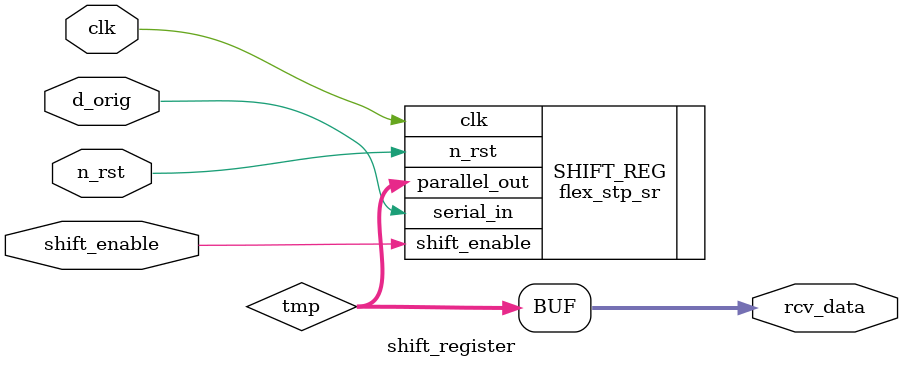
<source format=sv>

module shift_register(
    input wire clk,
    input wire n_rst,
    input wire shift_enable,
    input wire d_orig,
    output wire [7:0] rcv_data
);

    reg [7:0] tmp;
    flex_stp_sr #(8, 0) SHIFT_REG (
        .clk(clk),
        .n_rst(n_rst),
        .serial_in(d_orig),
        .shift_enable(shift_enable),
        .parallel_out(tmp)
    );
    assign rcv_data = tmp;

endmodule


</source>
